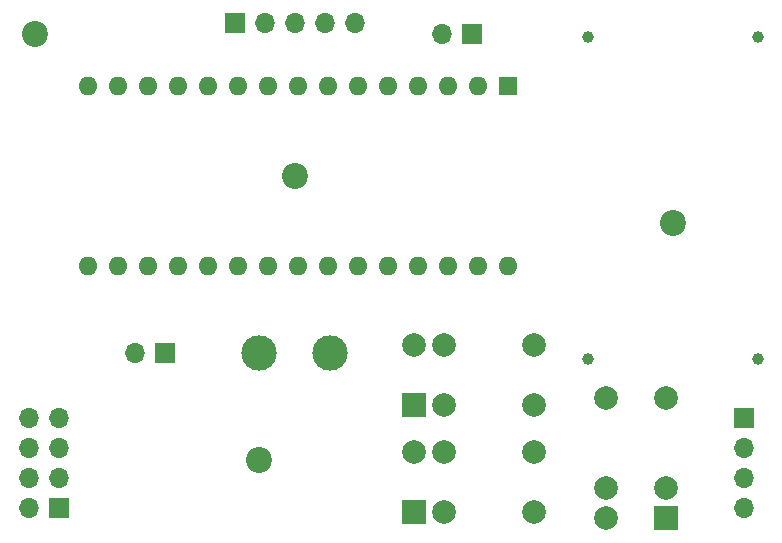
<source format=gbr>
%TF.GenerationSoftware,KiCad,Pcbnew,(6.0.6-0)*%
%TF.CreationDate,2022-07-16T17:32:29+08:00*%
%TF.ProjectId,__,8cc82e6b-6963-4616-945f-706362585858,rev?*%
%TF.SameCoordinates,Original*%
%TF.FileFunction,Soldermask,Top*%
%TF.FilePolarity,Negative*%
%FSLAX46Y46*%
G04 Gerber Fmt 4.6, Leading zero omitted, Abs format (unit mm)*
G04 Created by KiCad (PCBNEW (6.0.6-0)) date 2022-07-16 17:32:29*
%MOMM*%
%LPD*%
G01*
G04 APERTURE LIST*
%ADD10C,2.200000*%
%ADD11C,3.000000*%
%ADD12R,1.700000X1.700000*%
%ADD13O,1.700000X1.700000*%
%ADD14R,1.600000X1.600000*%
%ADD15O,1.600000X1.600000*%
%ADD16C,1.000000*%
%ADD17R,2.000000X2.000000*%
%ADD18C,2.000000*%
G04 APERTURE END LIST*
D10*
%TO.C,M2*%
X86000000Y-105000000D03*
%TD*%
D11*
%TO.C,H1_GND*%
X92000000Y-96000000D03*
%TD*%
D12*
%TO.C,J4_LIGHT*%
X127000000Y-101460000D03*
D13*
X127000000Y-104000000D03*
X127000000Y-106540000D03*
X127000000Y-109080000D03*
%TD*%
D12*
%TO.C,J2_BTN*%
X104000000Y-69000000D03*
D13*
X101460000Y-69000000D03*
%TD*%
D14*
%TO.C,Arduino1*%
X107050000Y-73390000D03*
D15*
X104510000Y-73390000D03*
X101970000Y-73390000D03*
X99430000Y-73390000D03*
X96890000Y-73390000D03*
X94350000Y-73390000D03*
X91810000Y-73390000D03*
X89270000Y-73390000D03*
X86730000Y-73390000D03*
X84190000Y-73390000D03*
X81650000Y-73390000D03*
X79110000Y-73390000D03*
X76570000Y-73390000D03*
X74030000Y-73390000D03*
X71490000Y-73390000D03*
X71490000Y-88630000D03*
X74030000Y-88630000D03*
X76570000Y-88630000D03*
X79110000Y-88630000D03*
X81650000Y-88630000D03*
X84190000Y-88630000D03*
X86730000Y-88630000D03*
X89270000Y-88630000D03*
X91810000Y-88630000D03*
X94350000Y-88630000D03*
X96890000Y-88630000D03*
X99430000Y-88630000D03*
X101970000Y-88630000D03*
X104510000Y-88630000D03*
X107050000Y-88630000D03*
%TD*%
D16*
%TO.C,TR1*%
X113800000Y-69250000D03*
X128200000Y-69250000D03*
X113800000Y-96500000D03*
X128200000Y-96500000D03*
%TD*%
D17*
%TO.C,K2*%
X120407500Y-109957500D03*
D18*
X120407500Y-107417500D03*
X120407500Y-99797500D03*
X115327500Y-99797500D03*
X115327500Y-107417500D03*
X115327500Y-109957500D03*
%TD*%
D10*
%TO.C,M2*%
X67000000Y-69000000D03*
%TD*%
%TO.C,M2*%
X89000000Y-81000000D03*
%TD*%
D17*
%TO.C,K1*%
X99042500Y-109407500D03*
D18*
X101582500Y-109407500D03*
X109202500Y-109407500D03*
X109202500Y-104327500D03*
X101582500Y-104327500D03*
X99042500Y-104327500D03*
%TD*%
D12*
%TO.C,J3_2.4G*%
X69000000Y-109080000D03*
D13*
X66460000Y-109080000D03*
X69000000Y-106540000D03*
X66460000Y-106540000D03*
X69000000Y-104000000D03*
X66460000Y-104000000D03*
X69000000Y-101460000D03*
X66460000Y-101460000D03*
%TD*%
D12*
%TO.C,J6_PWR*%
X78000000Y-96000000D03*
D13*
X75460000Y-96000000D03*
%TD*%
D11*
%TO.C,H2_BAT*%
X86000000Y-96000000D03*
%TD*%
D12*
%TO.C,J1_LED*%
X83925000Y-68000000D03*
D13*
X86465000Y-68000000D03*
X89005000Y-68000000D03*
X91545000Y-68000000D03*
X94085000Y-68000000D03*
%TD*%
D17*
%TO.C,K3*%
X99042500Y-100407500D03*
D18*
X101582500Y-100407500D03*
X109202500Y-100407500D03*
X109202500Y-95327500D03*
X101582500Y-95327500D03*
X99042500Y-95327500D03*
%TD*%
D10*
%TO.C,M2*%
X121000000Y-85000000D03*
%TD*%
M02*

</source>
